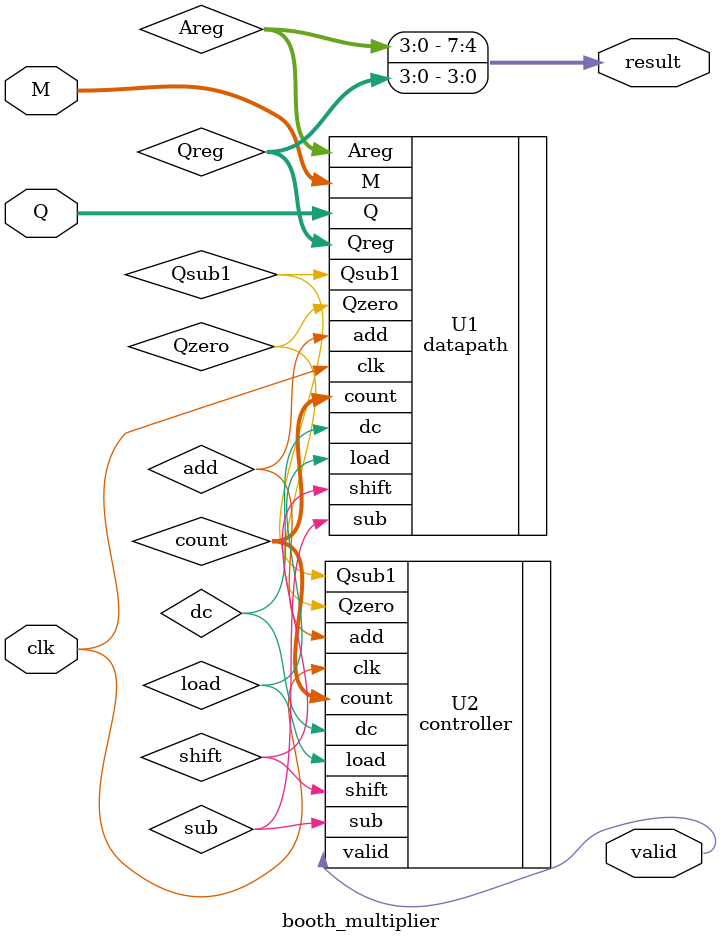
<source format=sv>
module booth_multiplier(
	input [3:0]M, // Multiplicand
	input [3:0]Q, // Multiplier
	input clk,

	output [7:0]result,
	output valid
);

wire load, add, sub, shift, dc;

wire [3:0]Areg;
wire [3:0]Qreg;
wire Qsub1, Qzero;
wire [2:0]count;

assign result = {Areg, Qreg};

// Instantiate datapath
datapath U1(
	.clk(clk),
	.M(M), // Multiplicand
	.Q(Q), // Multiplier
	.load(load),
	.add(add),
	.sub(sub),
	.shift(shift),
	.dc(dc),

	.Areg(Areg),
	.Qreg(Qreg),
	.Qsub1(Qsub1),
	.Qzero(Qzero),
	.count(count)
);

// Instantiate controller
controller U2 (
	.clk(clk), 
	.Qzero(Qzero), 
	.Qsub1(Qsub1), 
	.count(count),
 
	.load(load), 
	.add(add), 
	.sub(sub), 
	.shift(shift), 
	.dc(dc), // Control signals
	.valid(valid)
);

endmodule
</source>
